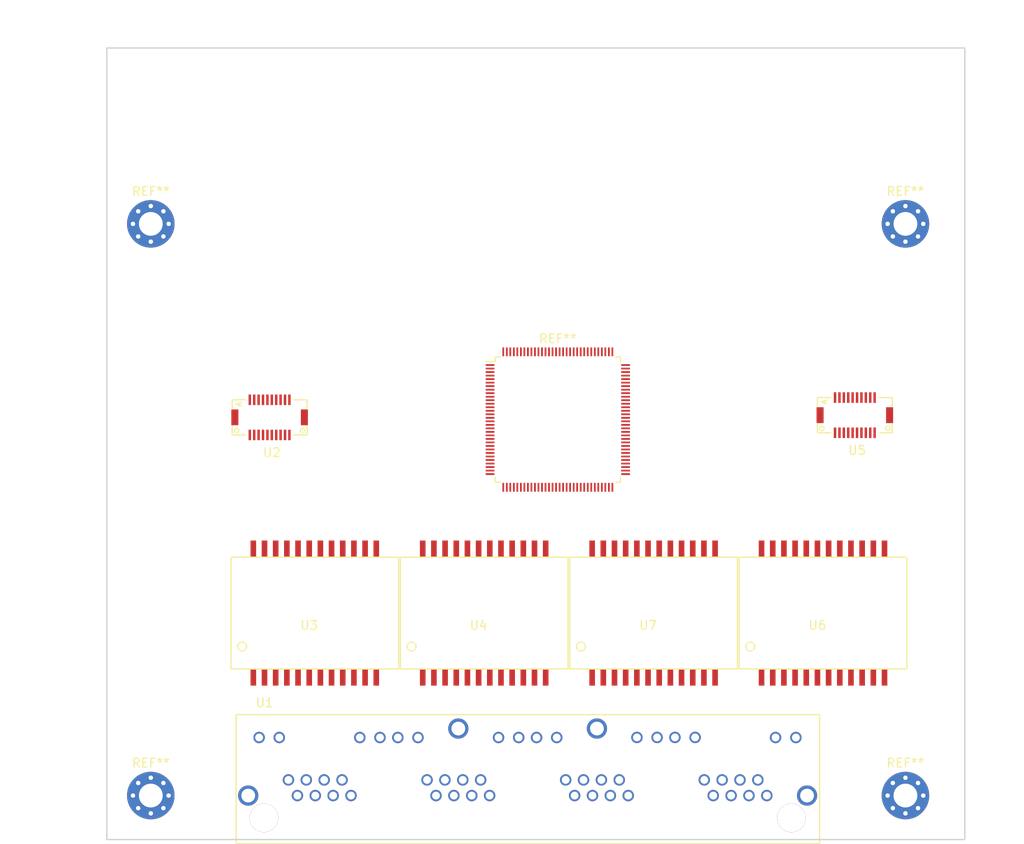
<source format=kicad_pcb>
(kicad_pcb (version 4) (host pcbnew 4.0.7-e2-6376~61~ubuntu18.04.1)

  (general
    (links 3)
    (no_connects 3)
    (area 84.924999 44.924999 182.575001 135.075001)
    (thickness 1.6)
    (drawings 6)
    (tracks 0)
    (zones 0)
    (modules 12)
    (nets 2)
  )

  (page A4)
  (layers
    (0 F.Cu signal)
    (31 B.Cu signal)
    (32 B.Adhes user)
    (33 F.Adhes user)
    (34 B.Paste user)
    (35 F.Paste user)
    (36 B.SilkS user)
    (37 F.SilkS user)
    (38 B.Mask user)
    (39 F.Mask user)
    (40 Dwgs.User user)
    (41 Cmts.User user)
    (42 Eco1.User user)
    (43 Eco2.User user)
    (44 Edge.Cuts user)
    (45 Margin user)
    (46 B.CrtYd user)
    (47 F.CrtYd user)
    (48 B.Fab user)
    (49 F.Fab user)
  )

  (setup
    (last_trace_width 0.127)
    (trace_clearance 0.127)
    (zone_clearance 0.508)
    (zone_45_only no)
    (trace_min 0.127)
    (segment_width 0.2)
    (edge_width 0.15)
    (via_size 0.6)
    (via_drill 0.4)
    (via_min_size 0.4)
    (via_min_drill 0.3)
    (uvia_size 0.3)
    (uvia_drill 0.1)
    (uvias_allowed no)
    (uvia_min_size 0.2)
    (uvia_min_drill 0.1)
    (pcb_text_width 0.3)
    (pcb_text_size 1.5 1.5)
    (mod_edge_width 0.15)
    (mod_text_size 1 1)
    (mod_text_width 0.15)
    (pad_size 5.4 5.4)
    (pad_drill 2.7)
    (pad_to_mask_clearance 0.127)
    (pad_to_paste_clearance -0.1)
    (aux_axis_origin 0 0)
    (visible_elements FFFFEF7F)
    (pcbplotparams
      (layerselection 0x00030_80000001)
      (usegerberextensions false)
      (excludeedgelayer true)
      (linewidth 0.100000)
      (plotframeref false)
      (viasonmask false)
      (mode 1)
      (useauxorigin false)
      (hpglpennumber 1)
      (hpglpenspeed 20)
      (hpglpendiameter 15)
      (hpglpenoverlay 2)
      (psnegative false)
      (psa4output false)
      (plotreference true)
      (plotvalue true)
      (plotinvisibletext false)
      (padsonsilk false)
      (subtractmaskfromsilk false)
      (outputformat 1)
      (mirror false)
      (drillshape 1)
      (scaleselection 1)
      (outputdirectory ""))
  )

  (net 0 "")
  (net 1 "Net-(U1-Pad49)")

  (net_class Default "This is the default net class."
    (clearance 0.127)
    (trace_width 0.127)
    (via_dia 0.6)
    (via_drill 0.4)
    (uvia_dia 0.3)
    (uvia_drill 0.1)
    (add_net "Net-(U1-Pad49)")
  )

  (module Mounting_Holes:MountingHole_2.7mm_M2.5_Pad_Via (layer F.Cu) (tedit 56DDBBFF) (tstamp 5B023F72)
    (at 175.75 65)
    (descr "Mounting Hole 2.7mm")
    (tags "mounting hole 2.7mm")
    (attr virtual)
    (fp_text reference REF** (at 0 -3.7) (layer F.SilkS)
      (effects (font (size 1 1) (thickness 0.15)))
    )
    (fp_text value MountingHole_2.7mm_M2.5_Pad_Via (at 0 3.7) (layer F.Fab)
      (effects (font (size 1 1) (thickness 0.15)))
    )
    (fp_text user %R (at 0.3 0) (layer F.Fab)
      (effects (font (size 1 1) (thickness 0.15)))
    )
    (fp_circle (center 0 0) (end 2.7 0) (layer Cmts.User) (width 0.15))
    (fp_circle (center 0 0) (end 2.95 0) (layer F.CrtYd) (width 0.05))
    (pad 1 thru_hole circle (at 0 0) (size 5.4 5.4) (drill 2.7) (layers *.Cu *.Mask))
    (pad 1 thru_hole circle (at 2.025 0) (size 0.8 0.8) (drill 0.5) (layers *.Cu *.Mask))
    (pad 1 thru_hole circle (at 1.431891 1.431891) (size 0.8 0.8) (drill 0.5) (layers *.Cu *.Mask))
    (pad 1 thru_hole circle (at 0 2.025) (size 0.8 0.8) (drill 0.5) (layers *.Cu *.Mask))
    (pad 1 thru_hole circle (at -1.431891 1.431891) (size 0.8 0.8) (drill 0.5) (layers *.Cu *.Mask))
    (pad 1 thru_hole circle (at -2.025 0) (size 0.8 0.8) (drill 0.5) (layers *.Cu *.Mask))
    (pad 1 thru_hole circle (at -1.431891 -1.431891) (size 0.8 0.8) (drill 0.5) (layers *.Cu *.Mask))
    (pad 1 thru_hole circle (at 0 -2.025) (size 0.8 0.8) (drill 0.5) (layers *.Cu *.Mask))
    (pad 1 thru_hole circle (at 1.431891 -1.431891) (size 0.8 0.8) (drill 0.5) (layers *.Cu *.Mask))
  )

  (module Mounting_Holes:MountingHole_2.7mm_M2.5_Pad_Via (layer F.Cu) (tedit 56DDBBFF) (tstamp 5B023F66)
    (at 175.75 130)
    (descr "Mounting Hole 2.7mm")
    (tags "mounting hole 2.7mm")
    (attr virtual)
    (fp_text reference REF** (at 0 -3.7) (layer F.SilkS)
      (effects (font (size 1 1) (thickness 0.15)))
    )
    (fp_text value MountingHole_2.7mm_M2.5_Pad_Via (at 0 3.7) (layer F.Fab)
      (effects (font (size 1 1) (thickness 0.15)))
    )
    (fp_text user %R (at 0.3 0) (layer F.Fab)
      (effects (font (size 1 1) (thickness 0.15)))
    )
    (fp_circle (center 0 0) (end 2.7 0) (layer Cmts.User) (width 0.15))
    (fp_circle (center 0 0) (end 2.95 0) (layer F.CrtYd) (width 0.05))
    (pad 1 thru_hole circle (at 0 0) (size 5.4 5.4) (drill 2.7) (layers *.Cu *.Mask))
    (pad 1 thru_hole circle (at 2.025 0) (size 0.8 0.8) (drill 0.5) (layers *.Cu *.Mask))
    (pad 1 thru_hole circle (at 1.431891 1.431891) (size 0.8 0.8) (drill 0.5) (layers *.Cu *.Mask))
    (pad 1 thru_hole circle (at 0 2.025) (size 0.8 0.8) (drill 0.5) (layers *.Cu *.Mask))
    (pad 1 thru_hole circle (at -1.431891 1.431891) (size 0.8 0.8) (drill 0.5) (layers *.Cu *.Mask))
    (pad 1 thru_hole circle (at -2.025 0) (size 0.8 0.8) (drill 0.5) (layers *.Cu *.Mask))
    (pad 1 thru_hole circle (at -1.431891 -1.431891) (size 0.8 0.8) (drill 0.5) (layers *.Cu *.Mask))
    (pad 1 thru_hole circle (at 0 -2.025) (size 0.8 0.8) (drill 0.5) (layers *.Cu *.Mask))
    (pad 1 thru_hole circle (at 1.431891 -1.431891) (size 0.8 0.8) (drill 0.5) (layers *.Cu *.Mask))
  )

  (module Mounting_Holes:MountingHole_2.7mm_M2.5_Pad_Via (layer F.Cu) (tedit 56DDBBFF) (tstamp 5B023F5A)
    (at 90 130)
    (descr "Mounting Hole 2.7mm")
    (tags "mounting hole 2.7mm")
    (attr virtual)
    (fp_text reference REF** (at 0 -3.7) (layer F.SilkS)
      (effects (font (size 1 1) (thickness 0.15)))
    )
    (fp_text value MountingHole_2.7mm_M2.5_Pad_Via (at 0 3.7) (layer F.Fab)
      (effects (font (size 1 1) (thickness 0.15)))
    )
    (fp_text user %R (at 0.3 0) (layer F.Fab)
      (effects (font (size 1 1) (thickness 0.15)))
    )
    (fp_circle (center 0 0) (end 2.7 0) (layer Cmts.User) (width 0.15))
    (fp_circle (center 0 0) (end 2.95 0) (layer F.CrtYd) (width 0.05))
    (pad 1 thru_hole circle (at 0 0) (size 5.4 5.4) (drill 2.7) (layers *.Cu *.Mask))
    (pad 1 thru_hole circle (at 2.025 0) (size 0.8 0.8) (drill 0.5) (layers *.Cu *.Mask))
    (pad 1 thru_hole circle (at 1.431891 1.431891) (size 0.8 0.8) (drill 0.5) (layers *.Cu *.Mask))
    (pad 1 thru_hole circle (at 0 2.025) (size 0.8 0.8) (drill 0.5) (layers *.Cu *.Mask))
    (pad 1 thru_hole circle (at -1.431891 1.431891) (size 0.8 0.8) (drill 0.5) (layers *.Cu *.Mask))
    (pad 1 thru_hole circle (at -2.025 0) (size 0.8 0.8) (drill 0.5) (layers *.Cu *.Mask))
    (pad 1 thru_hole circle (at -1.431891 -1.431891) (size 0.8 0.8) (drill 0.5) (layers *.Cu *.Mask))
    (pad 1 thru_hole circle (at 0 -2.025) (size 0.8 0.8) (drill 0.5) (layers *.Cu *.Mask))
    (pad 1 thru_hole circle (at 1.431891 -1.431891) (size 0.8 0.8) (drill 0.5) (layers *.Cu *.Mask))
  )

  (module stuff:RJHSE538x04 (layer F.Cu) (tedit 5B01DC86) (tstamp 5B023E29)
    (at 160 130)
    (path /5B05C81B)
    (fp_text reference U1 (at -57.07 -10.55) (layer F.SilkS)
      (effects (font (size 1 1) (thickness 0.15)))
    )
    (fp_text value RJHSE538x04 (at -54.08 -11.99) (layer F.Fab)
      (effects (font (size 1 1) (thickness 0.15)))
    )
    (fp_line (start 6 -9.2) (end -60.3 -9.2) (layer F.SilkS) (width 0.15))
    (fp_line (start -60.3 0) (end -60.3 -9.2) (layer F.SilkS) (width 0.15))
    (fp_line (start 6 5.46) (end -60.3 5.46) (layer F.SilkS) (width 0.15))
    (fp_line (start 6 0) (end 6 5.46) (layer F.SilkS) (width 0.15))
    (fp_line (start -60.3 0) (end -60.3 5.46) (layer F.SilkS) (width 0.15))
    (fp_line (start 6 0) (end 6 -9.2) (layer F.SilkS) (width 0.15))
    (pad "" thru_hole circle (at -57.15 2.54) (size 3.25 3.25) (drill 3.25) (layers *.Cu *.Mask))
    (pad "" thru_hole circle (at 2.79 2.54) (size 3.25 3.25) (drill 3.25) (layers *.Cu *.Mask))
    (pad 49 thru_hole circle (at -58.93 0) (size 2.3 2.3) (drill 1.57) (layers *.Cu *.Mask)
      (net 1 "Net-(U1-Pad49)"))
    (pad 49 thru_hole circle (at 4.57 0) (size 2.3 2.3) (drill 1.57) (layers *.Cu *.Mask)
      (net 1 "Net-(U1-Pad49)"))
    (pad 49 thru_hole circle (at -35.055 -7.62) (size 2.3 2.3) (drill 1.57) (layers *.Cu *.Mask)
      (net 1 "Net-(U1-Pad49)"))
    (pad 49 thru_hole circle (at -19.305 -7.62) (size 2.3 2.3) (drill 1.57) (layers *.Cu *.Mask)
      (net 1 "Net-(U1-Pad49)"))
    (pad 41 thru_hole circle (at -28.195 -6.6) (size 1.3 1.3) (drill 0.89) (layers *.Cu *.Mask))
    (pad 40 thru_hole circle (at -26.165 -6.6) (size 1.3 1.3) (drill 0.89) (layers *.Cu *.Mask))
    (pad 48 thru_hole circle (at -57.69 -6.6) (size 1.3 1.3) (drill 0.89) (layers *.Cu *.Mask))
    (pad 45 thru_hole circle (at -43.96 -6.6) (size 1.3 1.3) (drill 0.89) (layers *.Cu *.Mask))
    (pad 47 thru_hole circle (at -55.4 -6.6) (size 1.3 1.3) (drill 0.89) (layers *.Cu *.Mask))
    (pad 44 thru_hole circle (at -41.93 -6.6) (size 1.3 1.3) (drill 0.89) (layers *.Cu *.Mask))
    (pad 46 thru_hole circle (at -46.25 -6.6) (size 1.3 1.3) (drill 0.89) (layers *.Cu *.Mask))
    (pad 43 thru_hole circle (at -39.64 -6.6) (size 1.3 1.3) (drill 0.89) (layers *.Cu *.Mask))
    (pad 42 thru_hole circle (at -30.485 -6.6) (size 1.3 1.3) (drill 0.89) (layers *.Cu *.Mask))
    (pad 39 thru_hole circle (at -23.875 -6.6) (size 1.3 1.3) (drill 0.89) (layers *.Cu *.Mask))
    (pad 36 thru_hole circle (at -10.44 -6.61) (size 1.3 1.3) (drill 0.89) (layers *.Cu *.Mask))
    (pad 37 thru_hole circle (at -12.47 -6.61) (size 1.3 1.3) (drill 0.89) (layers *.Cu *.Mask))
    (pad 38 thru_hole circle (at -14.76 -6.61) (size 1.3 1.3) (drill 0.89) (layers *.Cu *.Mask))
    (pad 35 thru_hole circle (at -8.15 -6.61) (size 1.3 1.3) (drill 0.89) (layers *.Cu *.Mask))
    (pad 34 thru_hole circle (at 0.99 -6.6) (size 1.3 1.3) (drill 0.89) (layers *.Cu *.Mask))
    (pad 33 thru_hole circle (at 3.3 -6.6) (size 1.3 1.3) (drill 0.89) (layers *.Cu *.Mask))
    (pad 32 thru_hole circle (at -54.36 -1.78) (size 1.3 1.3) (drill 0.89) (layers *.Cu *.Mask))
    (pad 30 thru_hole circle (at -52.33 -1.78) (size 1.3 1.3) (drill 0.89) (layers *.Cu *.Mask))
    (pad 28 thru_hole circle (at -50.3 -1.78) (size 1.3 1.3) (drill 0.89) (layers *.Cu *.Mask))
    (pad 26 thru_hole circle (at -48.27 -1.78) (size 1.3 1.3) (drill 0.89) (layers *.Cu *.Mask))
    (pad 24 thru_hole circle (at -38.61 -1.78) (size 1.3 1.3) (drill 0.89) (layers *.Cu *.Mask))
    (pad 25 thru_hole circle (at -47.25 0) (size 1.3 1.3) (drill 0.89) (layers *.Cu *.Mask))
    (pad 29 thru_hole circle (at -51.31 0) (size 1.3 1.3) (drill 0.89) (layers *.Cu *.Mask))
    (pad 31 thru_hole circle (at -53.34 0) (size 1.3 1.3) (drill 0.89) (layers *.Cu *.Mask))
    (pad 27 thru_hole circle (at -49.28 0) (size 1.3 1.3) (drill 0.89) (layers *.Cu *.Mask))
    (pad 22 thru_hole circle (at -36.58 -1.78) (size 1.3 1.3) (drill 0.89) (layers *.Cu *.Mask))
    (pad 20 thru_hole circle (at -34.55 -1.78) (size 1.3 1.3) (drill 0.89) (layers *.Cu *.Mask))
    (pad 21 thru_hole circle (at -35.56 0) (size 1.3 1.3) (drill 0.89) (layers *.Cu *.Mask))
    (pad 23 thru_hole circle (at -37.59 0) (size 1.3 1.3) (drill 0.89) (layers *.Cu *.Mask))
    (pad 18 thru_hole circle (at -32.52 -1.78) (size 1.3 1.3) (drill 0.89) (layers *.Cu *.Mask))
    (pad 17 thru_hole circle (at -31.5 0) (size 1.3 1.3) (drill 0.89) (layers *.Cu *.Mask))
    (pad 19 thru_hole circle (at -33.53 0) (size 1.3 1.3) (drill 0.89) (layers *.Cu *.Mask))
    (pad 1 thru_hole circle (at 0 0) (size 1.3 1.3) (drill 0.89) (layers *.Cu *.Mask))
    (pad 3 thru_hole circle (at -2.03 0) (size 1.3 1.3) (drill 0.89) (layers *.Cu *.Mask))
    (pad 5 thru_hole circle (at -4.06 0) (size 1.3 1.3) (drill 0.89) (layers *.Cu *.Mask))
    (pad 7 thru_hole circle (at -6.09 0) (size 1.3 1.3) (drill 0.89) (layers *.Cu *.Mask))
    (pad 2 thru_hole circle (at -1.02 -1.78) (size 1.3 1.3) (drill 0.89) (layers *.Cu *.Mask))
    (pad 4 thru_hole circle (at -3.05 -1.78) (size 1.3 1.3) (drill 0.89) (layers *.Cu *.Mask))
    (pad 6 thru_hole circle (at -5.08 -1.78) (size 1.3 1.3) (drill 0.89) (layers *.Cu *.Mask))
    (pad 8 thru_hole circle (at -7.11 -1.78) (size 1.3 1.3) (drill 0.89) (layers *.Cu *.Mask))
    (pad 9 thru_hole circle (at -15.75 0) (size 1.3 1.3) (drill 0.89) (layers *.Cu *.Mask))
    (pad 11 thru_hole circle (at -17.78 0) (size 1.3 1.3) (drill 0.89) (layers *.Cu *.Mask))
    (pad 13 thru_hole circle (at -19.81 0) (size 1.3 1.3) (drill 0.89) (layers *.Cu *.Mask))
    (pad 15 thru_hole circle (at -21.84 0) (size 1.3 1.3) (drill 0.89) (layers *.Cu *.Mask))
    (pad 10 thru_hole circle (at -16.77 -1.78) (size 1.3 1.3) (drill 0.89) (layers *.Cu *.Mask))
    (pad 12 thru_hole circle (at -18.8 -1.78) (size 1.3 1.3) (drill 0.89) (layers *.Cu *.Mask))
    (pad 14 thru_hole circle (at -20.83 -1.78) (size 1.3 1.3) (drill 0.89) (layers *.Cu *.Mask))
    (pad 16 thru_hole circle (at -22.86 -1.78) (size 1.3 1.3) (drill 0.89) (layers *.Cu *.Mask))
  )

  (module stuff:DF12-20DS (layer F.Cu) (tedit 5B01F519) (tstamp 5B023E43)
    (at 103.5 87)
    (path /5B05CA54)
    (fp_text reference U2 (at 0.25 4) (layer F.SilkS)
      (effects (font (size 1 1) (thickness 0.15)))
    )
    (fp_text value DF12 (at 0.25 -4) (layer F.Fab)
      (effects (font (size 1 1) (thickness 0.15)))
    )
    (fp_text user A (at -3.5 -1.5 270) (layer F.SilkS)
      (effects (font (size 0.6 0.6) (thickness 0.15)))
    )
    (fp_circle (center 3.75 1.5) (end 4 1.5) (layer F.SilkS) (width 0.15))
    (fp_circle (center -3.75 1.5) (end -3.5 1.5) (layer F.SilkS) (width 0.15))
    (fp_line (start 4.25 -2) (end 2.75 -2) (layer F.SilkS) (width 0.15))
    (fp_line (start 4.25 -1) (end 4.25 -2) (layer F.SilkS) (width 0.15))
    (fp_line (start 4.25 2) (end 4.25 1) (layer F.SilkS) (width 0.15))
    (fp_line (start 2.75 2) (end 4.25 2) (layer F.SilkS) (width 0.15))
    (fp_line (start -4.25 2) (end -2.75 2) (layer F.SilkS) (width 0.15))
    (fp_line (start -4.25 1) (end -4.25 2) (layer F.SilkS) (width 0.15))
    (fp_line (start -4.25 -2) (end -4.25 -1) (layer F.SilkS) (width 0.15))
    (fp_line (start -4.25 -2) (end -2.75 -2) (layer F.SilkS) (width 0.15))
    (pad "" smd rect (at -3.95 0) (size 0.8 1.8) (layers F.Cu F.Paste F.Mask))
    (pad "" smd rect (at 3.95 0) (size 0.8 1.8) (layers F.Cu F.Paste F.Mask))
    (pad 10 smd rect (at -2.25 2) (size 0.28 1.2) (layers F.Cu F.Paste F.Mask))
    (pad 11 smd rect (at -2.25 -2) (size 0.28 1.2) (layers F.Cu F.Paste F.Mask))
    (pad 12 smd rect (at -1.75 -2) (size 0.28 1.2) (layers F.Cu F.Paste F.Mask))
    (pad 13 smd rect (at -1.25 -2) (size 0.28 1.2) (layers F.Cu F.Paste F.Mask))
    (pad 14 smd rect (at -0.75 -2) (size 0.28 1.2) (layers F.Cu F.Paste F.Mask))
    (pad 15 smd rect (at -0.25 -2) (size 0.28 1.2) (layers F.Cu F.Paste F.Mask))
    (pad 16 smd rect (at 0.25 -2) (size 0.28 1.2) (layers F.Cu F.Paste F.Mask))
    (pad 17 smd rect (at 0.75 -2) (size 0.28 1.2) (layers F.Cu F.Paste F.Mask))
    (pad 18 smd rect (at 1.25 -2) (size 0.28 1.2) (layers F.Cu F.Paste F.Mask))
    (pad 19 smd rect (at 1.75 -2) (size 0.28 1.2) (layers F.Cu F.Paste F.Mask))
    (pad 20 smd rect (at 2.25 -2) (size 0.28 1.2) (layers F.Cu F.Paste F.Mask))
    (pad 9 smd rect (at -1.75 2) (size 0.28 1.2) (layers F.Cu F.Paste F.Mask))
    (pad 8 smd rect (at -1.25 2) (size 0.28 1.2) (layers F.Cu F.Paste F.Mask))
    (pad 7 smd rect (at -0.75 2) (size 0.28 1.2) (layers F.Cu F.Paste F.Mask))
    (pad 6 smd rect (at -0.25 2) (size 0.28 1.2) (layers F.Cu F.Paste F.Mask))
    (pad 5 smd rect (at 0.25 2) (size 0.28 1.2) (layers F.Cu F.Paste F.Mask))
    (pad 4 smd rect (at 0.75 2) (size 0.28 1.2) (layers F.Cu F.Paste F.Mask))
    (pad 3 smd rect (at 1.25 2) (size 0.28 1.2) (layers F.Cu F.Paste F.Mask))
    (pad 2 smd rect (at 1.75 2) (size 0.28 1.2) (layers F.Cu F.Paste F.Mask))
    (pad 1 smd rect (at 2.25 2) (size 0.28 1.2) (layers F.Cu F.Paste F.Mask))
  )

  (module stuff:SM51589PEL (layer F.Cu) (tedit 5B01EC6C) (tstamp 5B023E5F)
    (at 108 109.25)
    (path /5B05CB79)
    (fp_text reference U3 (at 0 1.397) (layer F.SilkS)
      (effects (font (size 1 1) (thickness 0.15)))
    )
    (fp_text value SM51589PEL (at 0 -1.27) (layer F.Fab)
      (effects (font (size 1 1) (thickness 0.15)))
    )
    (fp_circle (center -7.62 3.81) (end -7.62 4.318) (layer F.SilkS) (width 0.15))
    (fp_line (start -8.89 6.35) (end -8.89 -6.35) (layer F.SilkS) (width 0.15))
    (fp_line (start 10.16 6.35) (end -8.89 6.35) (layer F.SilkS) (width 0.15))
    (fp_line (start 10.16 -6.35) (end 10.16 6.35) (layer F.SilkS) (width 0.15))
    (fp_line (start -8.89 -6.35) (end 10.16 -6.35) (layer F.SilkS) (width 0.15))
    (pad 19 smd rect (at 0 -7.3) (size 0.64 1.9) (layers F.Cu F.Paste F.Mask))
    (pad 20 smd rect (at -1.27 -7.3) (size 0.64 1.9) (layers F.Cu F.Paste F.Mask))
    (pad 21 smd rect (at -2.54 -7.3) (size 0.64 1.9) (layers F.Cu F.Paste F.Mask))
    (pad 22 smd rect (at -3.81 -7.3) (size 0.64 1.9) (layers F.Cu F.Paste F.Mask))
    (pad 23 smd rect (at -5.08 -7.3) (size 0.64 1.9) (layers F.Cu F.Paste F.Mask))
    (pad 24 smd rect (at -6.35 -7.3) (size 0.64 1.9) (layers F.Cu F.Paste F.Mask))
    (pad 18 smd rect (at 1.27 -7.3) (size 0.64 1.9) (layers F.Cu F.Paste F.Mask))
    (pad 17 smd rect (at 2.54 -7.3) (size 0.64 1.9) (layers F.Cu F.Paste F.Mask))
    (pad 16 smd rect (at 3.81 -7.3) (size 0.64 1.9) (layers F.Cu F.Paste F.Mask))
    (pad 15 smd rect (at 5.08 -7.3) (size 0.64 1.9) (layers F.Cu F.Paste F.Mask))
    (pad 14 smd rect (at 6.35 -7.3) (size 0.64 1.9) (layers F.Cu F.Paste F.Mask))
    (pad 12 smd rect (at 7.62 7.3) (size 0.64 1.9) (layers F.Cu F.Paste F.Mask))
    (pad 13 smd rect (at 7.62 -7.3) (size 0.64 1.9) (layers F.Cu F.Paste F.Mask))
    (pad 11 smd rect (at 6.35 7.3) (size 0.64 1.9) (layers F.Cu F.Paste F.Mask))
    (pad 10 smd rect (at 5.08 7.3) (size 0.64 1.9) (layers F.Cu F.Paste F.Mask))
    (pad 9 smd rect (at 3.81 7.3) (size 0.64 1.9) (layers F.Cu F.Paste F.Mask))
    (pad 8 smd rect (at 2.54 7.3) (size 0.64 1.9) (layers F.Cu F.Paste F.Mask))
    (pad 7 smd rect (at 1.27 7.3) (size 0.64 1.9) (layers F.Cu F.Paste F.Mask))
    (pad 6 smd rect (at 0 7.3) (size 0.64 1.9) (layers F.Cu F.Paste F.Mask))
    (pad 5 smd rect (at -1.27 7.3) (size 0.64 1.9) (layers F.Cu F.Paste F.Mask))
    (pad 4 smd rect (at -2.54 7.3) (size 0.64 1.9) (layers F.Cu F.Paste F.Mask))
    (pad 3 smd rect (at -3.81 7.3) (size 0.64 1.9) (layers F.Cu F.Paste F.Mask))
    (pad 2 smd rect (at -5.08 7.3) (size 0.64 1.9) (layers F.Cu F.Paste F.Mask))
    (pad 1 smd rect (at -6.35 7.3) (size 0.64 1.9) (layers F.Cu F.Paste F.Mask))
  )

  (module stuff:SM51589PEL (layer F.Cu) (tedit 5B01EC6C) (tstamp 5B023F21)
    (at 127.25 109.25)
    (path /5B05CCEC)
    (fp_text reference U4 (at 0 1.397) (layer F.SilkS)
      (effects (font (size 1 1) (thickness 0.15)))
    )
    (fp_text value SM51589PEL (at 0 -1.27) (layer F.Fab)
      (effects (font (size 1 1) (thickness 0.15)))
    )
    (fp_circle (center -7.62 3.81) (end -7.62 4.318) (layer F.SilkS) (width 0.15))
    (fp_line (start -8.89 6.35) (end -8.89 -6.35) (layer F.SilkS) (width 0.15))
    (fp_line (start 10.16 6.35) (end -8.89 6.35) (layer F.SilkS) (width 0.15))
    (fp_line (start 10.16 -6.35) (end 10.16 6.35) (layer F.SilkS) (width 0.15))
    (fp_line (start -8.89 -6.35) (end 10.16 -6.35) (layer F.SilkS) (width 0.15))
    (pad 19 smd rect (at 0 -7.3) (size 0.64 1.9) (layers F.Cu F.Paste F.Mask))
    (pad 20 smd rect (at -1.27 -7.3) (size 0.64 1.9) (layers F.Cu F.Paste F.Mask))
    (pad 21 smd rect (at -2.54 -7.3) (size 0.64 1.9) (layers F.Cu F.Paste F.Mask))
    (pad 22 smd rect (at -3.81 -7.3) (size 0.64 1.9) (layers F.Cu F.Paste F.Mask))
    (pad 23 smd rect (at -5.08 -7.3) (size 0.64 1.9) (layers F.Cu F.Paste F.Mask))
    (pad 24 smd rect (at -6.35 -7.3) (size 0.64 1.9) (layers F.Cu F.Paste F.Mask))
    (pad 18 smd rect (at 1.27 -7.3) (size 0.64 1.9) (layers F.Cu F.Paste F.Mask))
    (pad 17 smd rect (at 2.54 -7.3) (size 0.64 1.9) (layers F.Cu F.Paste F.Mask))
    (pad 16 smd rect (at 3.81 -7.3) (size 0.64 1.9) (layers F.Cu F.Paste F.Mask))
    (pad 15 smd rect (at 5.08 -7.3) (size 0.64 1.9) (layers F.Cu F.Paste F.Mask))
    (pad 14 smd rect (at 6.35 -7.3) (size 0.64 1.9) (layers F.Cu F.Paste F.Mask))
    (pad 12 smd rect (at 7.62 7.3) (size 0.64 1.9) (layers F.Cu F.Paste F.Mask))
    (pad 13 smd rect (at 7.62 -7.3) (size 0.64 1.9) (layers F.Cu F.Paste F.Mask))
    (pad 11 smd rect (at 6.35 7.3) (size 0.64 1.9) (layers F.Cu F.Paste F.Mask))
    (pad 10 smd rect (at 5.08 7.3) (size 0.64 1.9) (layers F.Cu F.Paste F.Mask))
    (pad 9 smd rect (at 3.81 7.3) (size 0.64 1.9) (layers F.Cu F.Paste F.Mask))
    (pad 8 smd rect (at 2.54 7.3) (size 0.64 1.9) (layers F.Cu F.Paste F.Mask))
    (pad 7 smd rect (at 1.27 7.3) (size 0.64 1.9) (layers F.Cu F.Paste F.Mask))
    (pad 6 smd rect (at 0 7.3) (size 0.64 1.9) (layers F.Cu F.Paste F.Mask))
    (pad 5 smd rect (at -1.27 7.3) (size 0.64 1.9) (layers F.Cu F.Paste F.Mask))
    (pad 4 smd rect (at -2.54 7.3) (size 0.64 1.9) (layers F.Cu F.Paste F.Mask))
    (pad 3 smd rect (at -3.81 7.3) (size 0.64 1.9) (layers F.Cu F.Paste F.Mask))
    (pad 2 smd rect (at -5.08 7.3) (size 0.64 1.9) (layers F.Cu F.Paste F.Mask))
    (pad 1 smd rect (at -6.35 7.3) (size 0.64 1.9) (layers F.Cu F.Paste F.Mask))
  )

  (module Mounting_Holes:MountingHole_2.7mm_M2.5_Pad_Via (layer F.Cu) (tedit 56DDBBFF) (tstamp 5B023F58)
    (at 90 65)
    (descr "Mounting Hole 2.7mm")
    (tags "mounting hole 2.7mm")
    (attr virtual)
    (fp_text reference REF** (at 0 -3.7) (layer F.SilkS)
      (effects (font (size 1 1) (thickness 0.15)))
    )
    (fp_text value MountingHole_2.7mm_M2.5_Pad_Via (at 0 3.7) (layer F.Fab)
      (effects (font (size 1 1) (thickness 0.15)))
    )
    (fp_text user %R (at 0.3 0) (layer F.Fab)
      (effects (font (size 1 1) (thickness 0.15)))
    )
    (fp_circle (center 0 0) (end 2.7 0) (layer Cmts.User) (width 0.15))
    (fp_circle (center 0 0) (end 2.95 0) (layer F.CrtYd) (width 0.05))
    (pad 1 thru_hole circle (at 0 0) (size 5.4 5.4) (drill 2.7) (layers *.Cu *.Mask))
    (pad 1 thru_hole circle (at 2.025 0) (size 0.8 0.8) (drill 0.5) (layers *.Cu *.Mask))
    (pad 1 thru_hole circle (at 1.431891 1.431891) (size 0.8 0.8) (drill 0.5) (layers *.Cu *.Mask))
    (pad 1 thru_hole circle (at 0 2.025) (size 0.8 0.8) (drill 0.5) (layers *.Cu *.Mask))
    (pad 1 thru_hole circle (at -1.431891 1.431891) (size 0.8 0.8) (drill 0.5) (layers *.Cu *.Mask))
    (pad 1 thru_hole circle (at -2.025 0) (size 0.8 0.8) (drill 0.5) (layers *.Cu *.Mask))
    (pad 1 thru_hole circle (at -1.431891 -1.431891) (size 0.8 0.8) (drill 0.5) (layers *.Cu *.Mask))
    (pad 1 thru_hole circle (at 0 -2.025) (size 0.8 0.8) (drill 0.5) (layers *.Cu *.Mask))
    (pad 1 thru_hole circle (at 1.431891 -1.431891) (size 0.8 0.8) (drill 0.5) (layers *.Cu *.Mask))
  )

  (module Housings_QFP:LQFP-128_14x14mm_Pitch0.4mm (layer F.Cu) (tedit 58CC9A46) (tstamp 5B02A554)
    (at 136.25 87.25)
    (descr "128 Lead LQFP 14x14 mm (see MICREL LQFP14x14-128LD-PL-1.pdf)")
    (tags "QFP 0.4")
    (attr smd)
    (fp_text reference REF** (at 0 -9.2) (layer F.SilkS)
      (effects (font (size 1 1) (thickness 0.15)))
    )
    (fp_text value LQFP-128_14x14mm_Pitch0.4mm (at 0 9.2) (layer F.Fab)
      (effects (font (size 1 1) (thickness 0.15)))
    )
    (fp_text user %R (at 0 0) (layer F.Fab)
      (effects (font (size 1 1) (thickness 0.15)))
    )
    (fp_line (start -6 -7) (end 7 -7) (layer F.Fab) (width 0.15))
    (fp_line (start 7 -7) (end 7 7) (layer F.Fab) (width 0.15))
    (fp_line (start 7 7) (end -7 7) (layer F.Fab) (width 0.15))
    (fp_line (start -7 7) (end -7 -6) (layer F.Fab) (width 0.15))
    (fp_line (start -7 -6) (end -6 -7) (layer F.Fab) (width 0.15))
    (fp_line (start -8.45 -8.45) (end -8.45 8.45) (layer F.CrtYd) (width 0.05))
    (fp_line (start 8.45 -8.45) (end 8.45 8.45) (layer F.CrtYd) (width 0.05))
    (fp_line (start -8.45 -8.45) (end 8.45 -8.45) (layer F.CrtYd) (width 0.05))
    (fp_line (start -8.45 8.45) (end 8.45 8.45) (layer F.CrtYd) (width 0.05))
    (fp_line (start -7.125 -7.125) (end -7.125 -6.6) (layer F.SilkS) (width 0.15))
    (fp_line (start 7.125 -7.125) (end 7.125 -6.525) (layer F.SilkS) (width 0.15))
    (fp_line (start 7.125 7.125) (end 7.125 6.525) (layer F.SilkS) (width 0.15))
    (fp_line (start -7.125 7.125) (end -7.125 6.525) (layer F.SilkS) (width 0.15))
    (fp_line (start -7.125 -7.125) (end -6.525 -7.125) (layer F.SilkS) (width 0.15))
    (fp_line (start -7.125 7.125) (end -6.525 7.125) (layer F.SilkS) (width 0.15))
    (fp_line (start 7.125 7.125) (end 6.525 7.125) (layer F.SilkS) (width 0.15))
    (fp_line (start 7.125 -7.125) (end 6.525 -7.125) (layer F.SilkS) (width 0.15))
    (fp_line (start -7.125 -6.6) (end -8.2 -6.6) (layer F.SilkS) (width 0.15))
    (pad 1 smd rect (at -7.7 -6.2) (size 1 0.2) (layers F.Cu F.Paste F.Mask))
    (pad 2 smd rect (at -7.7 -5.8) (size 1 0.2) (layers F.Cu F.Paste F.Mask))
    (pad 3 smd rect (at -7.7 -5.4) (size 1 0.2) (layers F.Cu F.Paste F.Mask))
    (pad 4 smd rect (at -7.7 -5) (size 1 0.2) (layers F.Cu F.Paste F.Mask))
    (pad 5 smd rect (at -7.7 -4.6) (size 1 0.2) (layers F.Cu F.Paste F.Mask))
    (pad 6 smd rect (at -7.7 -4.2) (size 1 0.2) (layers F.Cu F.Paste F.Mask))
    (pad 7 smd rect (at -7.7 -3.8) (size 1 0.2) (layers F.Cu F.Paste F.Mask))
    (pad 8 smd rect (at -7.7 -3.4) (size 1 0.2) (layers F.Cu F.Paste F.Mask))
    (pad 9 smd rect (at -7.7 -3) (size 1 0.2) (layers F.Cu F.Paste F.Mask))
    (pad 10 smd rect (at -7.7 -2.6) (size 1 0.2) (layers F.Cu F.Paste F.Mask))
    (pad 11 smd rect (at -7.7 -2.2) (size 1 0.2) (layers F.Cu F.Paste F.Mask))
    (pad 12 smd rect (at -7.7 -1.8) (size 1 0.2) (layers F.Cu F.Paste F.Mask))
    (pad 13 smd rect (at -7.7 -1.4) (size 1 0.2) (layers F.Cu F.Paste F.Mask))
    (pad 14 smd rect (at -7.7 -1) (size 1 0.2) (layers F.Cu F.Paste F.Mask))
    (pad 15 smd rect (at -7.7 -0.6) (size 1 0.2) (layers F.Cu F.Paste F.Mask))
    (pad 16 smd rect (at -7.7 -0.2) (size 1 0.2) (layers F.Cu F.Paste F.Mask))
    (pad 17 smd rect (at -7.7 0.2) (size 1 0.2) (layers F.Cu F.Paste F.Mask))
    (pad 18 smd rect (at -7.7 0.6) (size 1 0.2) (layers F.Cu F.Paste F.Mask))
    (pad 19 smd rect (at -7.7 1) (size 1 0.2) (layers F.Cu F.Paste F.Mask))
    (pad 20 smd rect (at -7.7 1.4) (size 1 0.2) (layers F.Cu F.Paste F.Mask))
    (pad 21 smd rect (at -7.7 1.8) (size 1 0.2) (layers F.Cu F.Paste F.Mask))
    (pad 22 smd rect (at -7.7 2.2) (size 1 0.2) (layers F.Cu F.Paste F.Mask))
    (pad 23 smd rect (at -7.7 2.6) (size 1 0.2) (layers F.Cu F.Paste F.Mask))
    (pad 24 smd rect (at -7.7 3) (size 1 0.2) (layers F.Cu F.Paste F.Mask))
    (pad 25 smd rect (at -7.7 3.4) (size 1 0.2) (layers F.Cu F.Paste F.Mask))
    (pad 26 smd rect (at -7.7 3.8) (size 1 0.2) (layers F.Cu F.Paste F.Mask))
    (pad 27 smd rect (at -7.7 4.2) (size 1 0.2) (layers F.Cu F.Paste F.Mask))
    (pad 28 smd rect (at -7.7 4.6) (size 1 0.2) (layers F.Cu F.Paste F.Mask))
    (pad 29 smd rect (at -7.7 5) (size 1 0.2) (layers F.Cu F.Paste F.Mask))
    (pad 30 smd rect (at -7.7 5.4) (size 1 0.2) (layers F.Cu F.Paste F.Mask))
    (pad 31 smd rect (at -7.7 5.8) (size 1 0.2) (layers F.Cu F.Paste F.Mask))
    (pad 32 smd rect (at -7.7 6.2) (size 1 0.2) (layers F.Cu F.Paste F.Mask))
    (pad 33 smd rect (at -6.2 7.7 90) (size 1 0.2) (layers F.Cu F.Paste F.Mask))
    (pad 34 smd rect (at -5.8 7.7 90) (size 1 0.2) (layers F.Cu F.Paste F.Mask))
    (pad 35 smd rect (at -5.4 7.7 90) (size 1 0.2) (layers F.Cu F.Paste F.Mask))
    (pad 36 smd rect (at -5 7.7 90) (size 1 0.2) (layers F.Cu F.Paste F.Mask))
    (pad 37 smd rect (at -4.6 7.7 90) (size 1 0.2) (layers F.Cu F.Paste F.Mask))
    (pad 38 smd rect (at -4.2 7.7 90) (size 1 0.2) (layers F.Cu F.Paste F.Mask))
    (pad 39 smd rect (at -3.8 7.7 90) (size 1 0.2) (layers F.Cu F.Paste F.Mask))
    (pad 40 smd rect (at -3.4 7.7 90) (size 1 0.2) (layers F.Cu F.Paste F.Mask))
    (pad 41 smd rect (at -3 7.7 90) (size 1 0.2) (layers F.Cu F.Paste F.Mask))
    (pad 42 smd rect (at -2.6 7.7 90) (size 1 0.2) (layers F.Cu F.Paste F.Mask))
    (pad 43 smd rect (at -2.2 7.7 90) (size 1 0.2) (layers F.Cu F.Paste F.Mask))
    (pad 44 smd rect (at -1.8 7.7 90) (size 1 0.2) (layers F.Cu F.Paste F.Mask))
    (pad 45 smd rect (at -1.4 7.7 90) (size 1 0.2) (layers F.Cu F.Paste F.Mask))
    (pad 46 smd rect (at -1 7.7 90) (size 1 0.2) (layers F.Cu F.Paste F.Mask))
    (pad 47 smd rect (at -0.6 7.7 90) (size 1 0.2) (layers F.Cu F.Paste F.Mask))
    (pad 48 smd rect (at -0.2 7.7 90) (size 1 0.2) (layers F.Cu F.Paste F.Mask))
    (pad 49 smd rect (at 0.2 7.7 90) (size 1 0.2) (layers F.Cu F.Paste F.Mask))
    (pad 50 smd rect (at 0.6 7.7 90) (size 1 0.2) (layers F.Cu F.Paste F.Mask))
    (pad 51 smd rect (at 1 7.7 90) (size 1 0.2) (layers F.Cu F.Paste F.Mask))
    (pad 52 smd rect (at 1.4 7.7 90) (size 1 0.2) (layers F.Cu F.Paste F.Mask))
    (pad 53 smd rect (at 1.8 7.7 90) (size 1 0.2) (layers F.Cu F.Paste F.Mask))
    (pad 54 smd rect (at 2.2 7.7 90) (size 1 0.2) (layers F.Cu F.Paste F.Mask))
    (pad 55 smd rect (at 2.6 7.7 90) (size 1 0.2) (layers F.Cu F.Paste F.Mask))
    (pad 56 smd rect (at 3 7.7 90) (size 1 0.2) (layers F.Cu F.Paste F.Mask))
    (pad 57 smd rect (at 3.4 7.7 90) (size 1 0.2) (layers F.Cu F.Paste F.Mask))
    (pad 58 smd rect (at 3.8 7.7 90) (size 1 0.2) (layers F.Cu F.Paste F.Mask))
    (pad 59 smd rect (at 4.2 7.7 90) (size 1 0.2) (layers F.Cu F.Paste F.Mask))
    (pad 60 smd rect (at 4.6 7.7 90) (size 1 0.2) (layers F.Cu F.Paste F.Mask))
    (pad 61 smd rect (at 5 7.7 90) (size 1 0.2) (layers F.Cu F.Paste F.Mask))
    (pad 62 smd rect (at 5.4 7.7 90) (size 1 0.2) (layers F.Cu F.Paste F.Mask))
    (pad 63 smd rect (at 5.8 7.7 90) (size 1 0.2) (layers F.Cu F.Paste F.Mask))
    (pad 64 smd rect (at 6.2 7.7 90) (size 1 0.2) (layers F.Cu F.Paste F.Mask))
    (pad 65 smd rect (at 7.7 6.2) (size 1 0.2) (layers F.Cu F.Paste F.Mask))
    (pad 66 smd rect (at 7.7 5.8) (size 1 0.2) (layers F.Cu F.Paste F.Mask))
    (pad 67 smd rect (at 7.7 5.4) (size 1 0.2) (layers F.Cu F.Paste F.Mask))
    (pad 68 smd rect (at 7.7 5) (size 1 0.2) (layers F.Cu F.Paste F.Mask))
    (pad 69 smd rect (at 7.7 4.6) (size 1 0.2) (layers F.Cu F.Paste F.Mask))
    (pad 70 smd rect (at 7.7 4.2) (size 1 0.2) (layers F.Cu F.Paste F.Mask))
    (pad 71 smd rect (at 7.7 3.8) (size 1 0.2) (layers F.Cu F.Paste F.Mask))
    (pad 72 smd rect (at 7.7 3.4) (size 1 0.2) (layers F.Cu F.Paste F.Mask))
    (pad 73 smd rect (at 7.7 3) (size 1 0.2) (layers F.Cu F.Paste F.Mask))
    (pad 74 smd rect (at 7.7 2.6) (size 1 0.2) (layers F.Cu F.Paste F.Mask))
    (pad 75 smd rect (at 7.7 2.2) (size 1 0.2) (layers F.Cu F.Paste F.Mask))
    (pad 76 smd rect (at 7.7 1.8) (size 1 0.2) (layers F.Cu F.Paste F.Mask))
    (pad 77 smd rect (at 7.7 1.4) (size 1 0.2) (layers F.Cu F.Paste F.Mask))
    (pad 78 smd rect (at 7.7 1) (size 1 0.2) (layers F.Cu F.Paste F.Mask))
    (pad 79 smd rect (at 7.7 0.6) (size 1 0.2) (layers F.Cu F.Paste F.Mask))
    (pad 80 smd rect (at 7.7 0.2) (size 1 0.2) (layers F.Cu F.Paste F.Mask))
    (pad 81 smd rect (at 7.7 -0.2) (size 1 0.2) (layers F.Cu F.Paste F.Mask))
    (pad 82 smd rect (at 7.7 -0.6) (size 1 0.2) (layers F.Cu F.Paste F.Mask))
    (pad 83 smd rect (at 7.7 -1) (size 1 0.2) (layers F.Cu F.Paste F.Mask))
    (pad 84 smd rect (at 7.7 -1.4) (size 1 0.2) (layers F.Cu F.Paste F.Mask))
    (pad 85 smd rect (at 7.7 -1.8) (size 1 0.2) (layers F.Cu F.Paste F.Mask))
    (pad 86 smd rect (at 7.7 -2.2) (size 1 0.2) (layers F.Cu F.Paste F.Mask))
    (pad 87 smd rect (at 7.7 -2.6) (size 1 0.2) (layers F.Cu F.Paste F.Mask))
    (pad 88 smd rect (at 7.7 -3) (size 1 0.2) (layers F.Cu F.Paste F.Mask))
    (pad 89 smd rect (at 7.7 -3.4) (size 1 0.2) (layers F.Cu F.Paste F.Mask))
    (pad 90 smd rect (at 7.7 -3.8) (size 1 0.2) (layers F.Cu F.Paste F.Mask))
    (pad 91 smd rect (at 7.7 -4.2) (size 1 0.2) (layers F.Cu F.Paste F.Mask))
    (pad 92 smd rect (at 7.7 -4.6) (size 1 0.2) (layers F.Cu F.Paste F.Mask))
    (pad 93 smd rect (at 7.7 -5) (size 1 0.2) (layers F.Cu F.Paste F.Mask))
    (pad 94 smd rect (at 7.7 -5.4) (size 1 0.2) (layers F.Cu F.Paste F.Mask))
    (pad 95 smd rect (at 7.7 -5.8) (size 1 0.2) (layers F.Cu F.Paste F.Mask))
    (pad 96 smd rect (at 7.7 -6.2) (size 1 0.2) (layers F.Cu F.Paste F.Mask))
    (pad 97 smd rect (at 6.2 -7.7 90) (size 1 0.2) (layers F.Cu F.Paste F.Mask))
    (pad 98 smd rect (at 5.8 -7.7 90) (size 1 0.2) (layers F.Cu F.Paste F.Mask))
    (pad 99 smd rect (at 5.4 -7.7 90) (size 1 0.2) (layers F.Cu F.Paste F.Mask))
    (pad 100 smd rect (at 5 -7.7 90) (size 1 0.2) (layers F.Cu F.Paste F.Mask))
    (pad 101 smd rect (at 4.6 -7.7 90) (size 1 0.2) (layers F.Cu F.Paste F.Mask))
    (pad 102 smd rect (at 4.2 -7.7 90) (size 1 0.2) (layers F.Cu F.Paste F.Mask))
    (pad 103 smd rect (at 3.8 -7.7 90) (size 1 0.2) (layers F.Cu F.Paste F.Mask))
    (pad 104 smd rect (at 3.4 -7.7 90) (size 1 0.2) (layers F.Cu F.Paste F.Mask))
    (pad 105 smd rect (at 3 -7.7 90) (size 1 0.2) (layers F.Cu F.Paste F.Mask))
    (pad 106 smd rect (at 2.6 -7.7 90) (size 1 0.2) (layers F.Cu F.Paste F.Mask))
    (pad 107 smd rect (at 2.2 -7.7 90) (size 1 0.2) (layers F.Cu F.Paste F.Mask))
    (pad 108 smd rect (at 1.8 -7.7 90) (size 1 0.2) (layers F.Cu F.Paste F.Mask))
    (pad 109 smd rect (at 1.4 -7.7 90) (size 1 0.2) (layers F.Cu F.Paste F.Mask))
    (pad 110 smd rect (at 1 -7.7 90) (size 1 0.2) (layers F.Cu F.Paste F.Mask))
    (pad 111 smd rect (at 0.6 -7.7 90) (size 1 0.2) (layers F.Cu F.Paste F.Mask))
    (pad 112 smd rect (at 0.2 -7.7 90) (size 1 0.2) (layers F.Cu F.Paste F.Mask))
    (pad 113 smd rect (at -0.2 -7.7 90) (size 1 0.2) (layers F.Cu F.Paste F.Mask))
    (pad 114 smd rect (at -0.6 -7.7 90) (size 1 0.2) (layers F.Cu F.Paste F.Mask))
    (pad 115 smd rect (at -1 -7.7 90) (size 1 0.2) (layers F.Cu F.Paste F.Mask))
    (pad 116 smd rect (at -1.4 -7.7 90) (size 1 0.2) (layers F.Cu F.Paste F.Mask))
    (pad 117 smd rect (at -1.8 -7.7 90) (size 1 0.2) (layers F.Cu F.Paste F.Mask))
    (pad 118 smd rect (at -2.2 -7.7 90) (size 1 0.2) (layers F.Cu F.Paste F.Mask))
    (pad 119 smd rect (at -2.6 -7.7 90) (size 1 0.2) (layers F.Cu F.Paste F.Mask))
    (pad 120 smd rect (at -3 -7.7 90) (size 1 0.2) (layers F.Cu F.Paste F.Mask))
    (pad 121 smd rect (at -3.4 -7.7 90) (size 1 0.2) (layers F.Cu F.Paste F.Mask))
    (pad 122 smd rect (at -3.8 -7.7 90) (size 1 0.2) (layers F.Cu F.Paste F.Mask))
    (pad 123 smd rect (at -4.2 -7.7 90) (size 1 0.2) (layers F.Cu F.Paste F.Mask))
    (pad 124 smd rect (at -4.6 -7.7 90) (size 1 0.2) (layers F.Cu F.Paste F.Mask))
    (pad 125 smd rect (at -5 -7.7 90) (size 1 0.2) (layers F.Cu F.Paste F.Mask))
    (pad 126 smd rect (at -5.4 -7.7 90) (size 1 0.2) (layers F.Cu F.Paste F.Mask))
    (pad 127 smd rect (at -5.8 -7.7 90) (size 1 0.2) (layers F.Cu F.Paste F.Mask))
    (pad 128 smd rect (at -6.2 -7.7 90) (size 1 0.2) (layers F.Cu F.Paste F.Mask))
    (model ${KISYS3DMOD}/Housings_QFP.3dshapes/LQFP-128_14x14mm_Pitch0.4mm.wrl
      (at (xyz 0 0 0))
      (scale (xyz 1 1 1))
      (rotate (xyz 0 0 0))
    )
  )

  (module stuff:DF12-20DS (layer F.Cu) (tedit 5B01F519) (tstamp 5B02A65D)
    (at 170 86.75)
    (path /5B05EA96)
    (fp_text reference U5 (at 0.25 4) (layer F.SilkS)
      (effects (font (size 1 1) (thickness 0.15)))
    )
    (fp_text value DF12 (at 0.25 -4) (layer F.Fab)
      (effects (font (size 1 1) (thickness 0.15)))
    )
    (fp_text user A (at -3.5 -1.5 270) (layer F.SilkS)
      (effects (font (size 0.6 0.6) (thickness 0.15)))
    )
    (fp_circle (center 3.75 1.5) (end 4 1.5) (layer F.SilkS) (width 0.15))
    (fp_circle (center -3.75 1.5) (end -3.5 1.5) (layer F.SilkS) (width 0.15))
    (fp_line (start 4.25 -2) (end 2.75 -2) (layer F.SilkS) (width 0.15))
    (fp_line (start 4.25 -1) (end 4.25 -2) (layer F.SilkS) (width 0.15))
    (fp_line (start 4.25 2) (end 4.25 1) (layer F.SilkS) (width 0.15))
    (fp_line (start 2.75 2) (end 4.25 2) (layer F.SilkS) (width 0.15))
    (fp_line (start -4.25 2) (end -2.75 2) (layer F.SilkS) (width 0.15))
    (fp_line (start -4.25 1) (end -4.25 2) (layer F.SilkS) (width 0.15))
    (fp_line (start -4.25 -2) (end -4.25 -1) (layer F.SilkS) (width 0.15))
    (fp_line (start -4.25 -2) (end -2.75 -2) (layer F.SilkS) (width 0.15))
    (pad "" smd rect (at -3.95 0) (size 0.8 1.8) (layers F.Cu F.Paste F.Mask))
    (pad "" smd rect (at 3.95 0) (size 0.8 1.8) (layers F.Cu F.Paste F.Mask))
    (pad 10 smd rect (at -2.25 2) (size 0.28 1.2) (layers F.Cu F.Paste F.Mask))
    (pad 11 smd rect (at -2.25 -2) (size 0.28 1.2) (layers F.Cu F.Paste F.Mask))
    (pad 12 smd rect (at -1.75 -2) (size 0.28 1.2) (layers F.Cu F.Paste F.Mask))
    (pad 13 smd rect (at -1.25 -2) (size 0.28 1.2) (layers F.Cu F.Paste F.Mask))
    (pad 14 smd rect (at -0.75 -2) (size 0.28 1.2) (layers F.Cu F.Paste F.Mask))
    (pad 15 smd rect (at -0.25 -2) (size 0.28 1.2) (layers F.Cu F.Paste F.Mask))
    (pad 16 smd rect (at 0.25 -2) (size 0.28 1.2) (layers F.Cu F.Paste F.Mask))
    (pad 17 smd rect (at 0.75 -2) (size 0.28 1.2) (layers F.Cu F.Paste F.Mask))
    (pad 18 smd rect (at 1.25 -2) (size 0.28 1.2) (layers F.Cu F.Paste F.Mask))
    (pad 19 smd rect (at 1.75 -2) (size 0.28 1.2) (layers F.Cu F.Paste F.Mask))
    (pad 20 smd rect (at 2.25 -2) (size 0.28 1.2) (layers F.Cu F.Paste F.Mask))
    (pad 9 smd rect (at -1.75 2) (size 0.28 1.2) (layers F.Cu F.Paste F.Mask))
    (pad 8 smd rect (at -1.25 2) (size 0.28 1.2) (layers F.Cu F.Paste F.Mask))
    (pad 7 smd rect (at -0.75 2) (size 0.28 1.2) (layers F.Cu F.Paste F.Mask))
    (pad 6 smd rect (at -0.25 2) (size 0.28 1.2) (layers F.Cu F.Paste F.Mask))
    (pad 5 smd rect (at 0.25 2) (size 0.28 1.2) (layers F.Cu F.Paste F.Mask))
    (pad 4 smd rect (at 0.75 2) (size 0.28 1.2) (layers F.Cu F.Paste F.Mask))
    (pad 3 smd rect (at 1.25 2) (size 0.28 1.2) (layers F.Cu F.Paste F.Mask))
    (pad 2 smd rect (at 1.75 2) (size 0.28 1.2) (layers F.Cu F.Paste F.Mask))
    (pad 1 smd rect (at 2.25 2) (size 0.28 1.2) (layers F.Cu F.Paste F.Mask))
  )

  (module stuff:SM51589PEL (layer F.Cu) (tedit 5B01EC6C) (tstamp 5B02A67E)
    (at 165.75 109.25)
    (path /5B05E93C)
    (fp_text reference U6 (at 0 1.397) (layer F.SilkS)
      (effects (font (size 1 1) (thickness 0.15)))
    )
    (fp_text value SM51589PEL (at 0 -1.27) (layer F.Fab)
      (effects (font (size 1 1) (thickness 0.15)))
    )
    (fp_circle (center -7.62 3.81) (end -7.62 4.318) (layer F.SilkS) (width 0.15))
    (fp_line (start -8.89 6.35) (end -8.89 -6.35) (layer F.SilkS) (width 0.15))
    (fp_line (start 10.16 6.35) (end -8.89 6.35) (layer F.SilkS) (width 0.15))
    (fp_line (start 10.16 -6.35) (end 10.16 6.35) (layer F.SilkS) (width 0.15))
    (fp_line (start -8.89 -6.35) (end 10.16 -6.35) (layer F.SilkS) (width 0.15))
    (pad 19 smd rect (at 0 -7.3) (size 0.64 1.9) (layers F.Cu F.Paste F.Mask))
    (pad 20 smd rect (at -1.27 -7.3) (size 0.64 1.9) (layers F.Cu F.Paste F.Mask))
    (pad 21 smd rect (at -2.54 -7.3) (size 0.64 1.9) (layers F.Cu F.Paste F.Mask))
    (pad 22 smd rect (at -3.81 -7.3) (size 0.64 1.9) (layers F.Cu F.Paste F.Mask))
    (pad 23 smd rect (at -5.08 -7.3) (size 0.64 1.9) (layers F.Cu F.Paste F.Mask))
    (pad 24 smd rect (at -6.35 -7.3) (size 0.64 1.9) (layers F.Cu F.Paste F.Mask))
    (pad 18 smd rect (at 1.27 -7.3) (size 0.64 1.9) (layers F.Cu F.Paste F.Mask))
    (pad 17 smd rect (at 2.54 -7.3) (size 0.64 1.9) (layers F.Cu F.Paste F.Mask))
    (pad 16 smd rect (at 3.81 -7.3) (size 0.64 1.9) (layers F.Cu F.Paste F.Mask))
    (pad 15 smd rect (at 5.08 -7.3) (size 0.64 1.9) (layers F.Cu F.Paste F.Mask))
    (pad 14 smd rect (at 6.35 -7.3) (size 0.64 1.9) (layers F.Cu F.Paste F.Mask))
    (pad 12 smd rect (at 7.62 7.3) (size 0.64 1.9) (layers F.Cu F.Paste F.Mask))
    (pad 13 smd rect (at 7.62 -7.3) (size 0.64 1.9) (layers F.Cu F.Paste F.Mask))
    (pad 11 smd rect (at 6.35 7.3) (size 0.64 1.9) (layers F.Cu F.Paste F.Mask))
    (pad 10 smd rect (at 5.08 7.3) (size 0.64 1.9) (layers F.Cu F.Paste F.Mask))
    (pad 9 smd rect (at 3.81 7.3) (size 0.64 1.9) (layers F.Cu F.Paste F.Mask))
    (pad 8 smd rect (at 2.54 7.3) (size 0.64 1.9) (layers F.Cu F.Paste F.Mask))
    (pad 7 smd rect (at 1.27 7.3) (size 0.64 1.9) (layers F.Cu F.Paste F.Mask))
    (pad 6 smd rect (at 0 7.3) (size 0.64 1.9) (layers F.Cu F.Paste F.Mask))
    (pad 5 smd rect (at -1.27 7.3) (size 0.64 1.9) (layers F.Cu F.Paste F.Mask))
    (pad 4 smd rect (at -2.54 7.3) (size 0.64 1.9) (layers F.Cu F.Paste F.Mask))
    (pad 3 smd rect (at -3.81 7.3) (size 0.64 1.9) (layers F.Cu F.Paste F.Mask))
    (pad 2 smd rect (at -5.08 7.3) (size 0.64 1.9) (layers F.Cu F.Paste F.Mask))
    (pad 1 smd rect (at -6.35 7.3) (size 0.64 1.9) (layers F.Cu F.Paste F.Mask))
  )

  (module stuff:SM51589PEL (layer F.Cu) (tedit 5B01EC6C) (tstamp 5B02A69F)
    (at 146.5 109.25)
    (path /5B05E99D)
    (fp_text reference U7 (at 0 1.397) (layer F.SilkS)
      (effects (font (size 1 1) (thickness 0.15)))
    )
    (fp_text value SM51589PEL (at 0 -1.27) (layer F.Fab)
      (effects (font (size 1 1) (thickness 0.15)))
    )
    (fp_circle (center -7.62 3.81) (end -7.62 4.318) (layer F.SilkS) (width 0.15))
    (fp_line (start -8.89 6.35) (end -8.89 -6.35) (layer F.SilkS) (width 0.15))
    (fp_line (start 10.16 6.35) (end -8.89 6.35) (layer F.SilkS) (width 0.15))
    (fp_line (start 10.16 -6.35) (end 10.16 6.35) (layer F.SilkS) (width 0.15))
    (fp_line (start -8.89 -6.35) (end 10.16 -6.35) (layer F.SilkS) (width 0.15))
    (pad 19 smd rect (at 0 -7.3) (size 0.64 1.9) (layers F.Cu F.Paste F.Mask))
    (pad 20 smd rect (at -1.27 -7.3) (size 0.64 1.9) (layers F.Cu F.Paste F.Mask))
    (pad 21 smd rect (at -2.54 -7.3) (size 0.64 1.9) (layers F.Cu F.Paste F.Mask))
    (pad 22 smd rect (at -3.81 -7.3) (size 0.64 1.9) (layers F.Cu F.Paste F.Mask))
    (pad 23 smd rect (at -5.08 -7.3) (size 0.64 1.9) (layers F.Cu F.Paste F.Mask))
    (pad 24 smd rect (at -6.35 -7.3) (size 0.64 1.9) (layers F.Cu F.Paste F.Mask))
    (pad 18 smd rect (at 1.27 -7.3) (size 0.64 1.9) (layers F.Cu F.Paste F.Mask))
    (pad 17 smd rect (at 2.54 -7.3) (size 0.64 1.9) (layers F.Cu F.Paste F.Mask))
    (pad 16 smd rect (at 3.81 -7.3) (size 0.64 1.9) (layers F.Cu F.Paste F.Mask))
    (pad 15 smd rect (at 5.08 -7.3) (size 0.64 1.9) (layers F.Cu F.Paste F.Mask))
    (pad 14 smd rect (at 6.35 -7.3) (size 0.64 1.9) (layers F.Cu F.Paste F.Mask))
    (pad 12 smd rect (at 7.62 7.3) (size 0.64 1.9) (layers F.Cu F.Paste F.Mask))
    (pad 13 smd rect (at 7.62 -7.3) (size 0.64 1.9) (layers F.Cu F.Paste F.Mask))
    (pad 11 smd rect (at 6.35 7.3) (size 0.64 1.9) (layers F.Cu F.Paste F.Mask))
    (pad 10 smd rect (at 5.08 7.3) (size 0.64 1.9) (layers F.Cu F.Paste F.Mask))
    (pad 9 smd rect (at 3.81 7.3) (size 0.64 1.9) (layers F.Cu F.Paste F.Mask))
    (pad 8 smd rect (at 2.54 7.3) (size 0.64 1.9) (layers F.Cu F.Paste F.Mask))
    (pad 7 smd rect (at 1.27 7.3) (size 0.64 1.9) (layers F.Cu F.Paste F.Mask))
    (pad 6 smd rect (at 0 7.3) (size 0.64 1.9) (layers F.Cu F.Paste F.Mask))
    (pad 5 smd rect (at -1.27 7.3) (size 0.64 1.9) (layers F.Cu F.Paste F.Mask))
    (pad 4 smd rect (at -2.54 7.3) (size 0.64 1.9) (layers F.Cu F.Paste F.Mask))
    (pad 3 smd rect (at -3.81 7.3) (size 0.64 1.9) (layers F.Cu F.Paste F.Mask))
    (pad 2 smd rect (at -5.08 7.3) (size 0.64 1.9) (layers F.Cu F.Paste F.Mask))
    (pad 1 smd rect (at -6.35 7.3) (size 0.64 1.9) (layers F.Cu F.Paste F.Mask))
  )

  (dimension 65 (width 0.3) (layer Cmts.User)
    (gr_text "65,000 mm" (at 79.15 97.5 270) (layer Cmts.User)
      (effects (font (size 1.5 1.5) (thickness 0.3)))
    )
    (feature1 (pts (xy 90 130) (xy 77.8 130)))
    (feature2 (pts (xy 90 65) (xy 77.8 65)))
    (crossbar (pts (xy 80.5 65) (xy 80.5 130)))
    (arrow1a (pts (xy 80.5 130) (xy 79.913579 128.873496)))
    (arrow1b (pts (xy 80.5 130) (xy 81.086421 128.873496)))
    (arrow2a (pts (xy 80.5 65) (xy 79.913579 66.126504)))
    (arrow2b (pts (xy 80.5 65) (xy 81.086421 66.126504)))
  )
  (dimension 85.75 (width 0.3) (layer Cmts.User)
    (gr_text "85,750 mm" (at 132.875 41.400001) (layer Cmts.User)
      (effects (font (size 1.5 1.5) (thickness 0.3)))
    )
    (feature1 (pts (xy 90 50) (xy 90 40.050001)))
    (feature2 (pts (xy 175.75 50) (xy 175.75 40.050001)))
    (crossbar (pts (xy 175.75 42.750001) (xy 90 42.750001)))
    (arrow1a (pts (xy 90 42.750001) (xy 91.126504 42.16358)))
    (arrow1b (pts (xy 90 42.750001) (xy 91.126504 43.336422)))
    (arrow2a (pts (xy 175.75 42.750001) (xy 174.623496 42.16358)))
    (arrow2b (pts (xy 175.75 42.750001) (xy 174.623496 43.336422)))
  )
  (gr_line (start 85 135) (end 85 45) (layer Edge.Cuts) (width 0.15))
  (gr_line (start 182.5 135) (end 85 135) (layer Edge.Cuts) (width 0.15))
  (gr_line (start 182.5 45) (end 182.5 135) (layer Edge.Cuts) (width 0.15))
  (gr_line (start 85 45) (end 182.5 45) (layer Edge.Cuts) (width 0.15))

)

</source>
